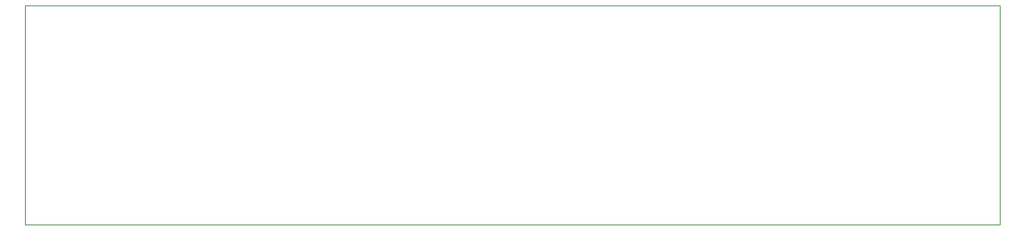
<source format=gbr>
%TF.GenerationSoftware,KiCad,Pcbnew,9.0.0*%
%TF.CreationDate,2025-04-02T18:46:55+01:00*%
%TF.ProjectId,Wireless_power_Transfer,57697265-6c65-4737-935f-706f7765725f,rev?*%
%TF.SameCoordinates,Original*%
%TF.FileFunction,Profile,NP*%
%FSLAX46Y46*%
G04 Gerber Fmt 4.6, Leading zero omitted, Abs format (unit mm)*
G04 Created by KiCad (PCBNEW 9.0.0) date 2025-04-02 18:46:55*
%MOMM*%
%LPD*%
G01*
G04 APERTURE LIST*
%TA.AperFunction,Profile*%
%ADD10C,0.050000*%
%TD*%
G04 APERTURE END LIST*
D10*
X104500000Y-101000000D02*
X210250000Y-101000000D01*
X210250000Y-124750000D01*
X104500000Y-124750000D01*
X104500000Y-101000000D01*
M02*

</source>
